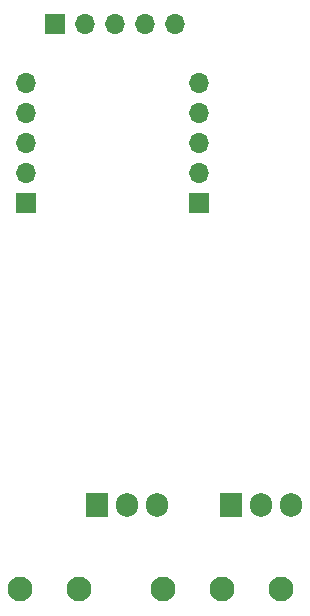
<source format=gbr>
%TF.GenerationSoftware,KiCad,Pcbnew,7.0.6-1.fc38*%
%TF.CreationDate,2023-08-19T18:40:52-03:00*%
%TF.ProjectId,CeilingFanControl,4365696c-696e-4674-9661-6e436f6e7472,rev?*%
%TF.SameCoordinates,Original*%
%TF.FileFunction,Soldermask,Top*%
%TF.FilePolarity,Negative*%
%FSLAX46Y46*%
G04 Gerber Fmt 4.6, Leading zero omitted, Abs format (unit mm)*
G04 Created by KiCad (PCBNEW 7.0.6-1.fc38) date 2023-08-19 18:40:52*
%MOMM*%
%LPD*%
G01*
G04 APERTURE LIST*
%ADD10R,1.700000X1.700000*%
%ADD11O,1.700000X1.700000*%
%ADD12C,2.100000*%
%ADD13O,1.905000X2.000000*%
%ADD14R,1.905000X2.000000*%
G04 APERTURE END LIST*
D10*
%TO.C,J2*%
X21870000Y-19330000D03*
D11*
X24410000Y-19330000D03*
X26950000Y-19330000D03*
X29490000Y-19330000D03*
X32030000Y-19330000D03*
%TD*%
D12*
%TO.C,J1*%
X18900000Y-67150000D03*
X23900000Y-67150000D03*
%TD*%
D10*
%TO.C,J3*%
X19450000Y-34450000D03*
D11*
X19450000Y-31910000D03*
X19450000Y-29370000D03*
X19450000Y-26830000D03*
X19450000Y-24290000D03*
%TD*%
D13*
%TO.C,Q3*%
X41870000Y-60010000D03*
X39330000Y-60010000D03*
D14*
X36790000Y-60010000D03*
%TD*%
D10*
%TO.C,J5*%
X34100000Y-34450000D03*
D11*
X34100000Y-31910000D03*
X34100000Y-29370000D03*
X34100000Y-26830000D03*
X34100000Y-24290000D03*
%TD*%
D12*
%TO.C,J4*%
X41050000Y-67150000D03*
X36050000Y-67150000D03*
X31050000Y-67150000D03*
%TD*%
D13*
%TO.C,Q2*%
X30500000Y-60070000D03*
X27960000Y-60070000D03*
D14*
X25420000Y-60070000D03*
%TD*%
M02*

</source>
